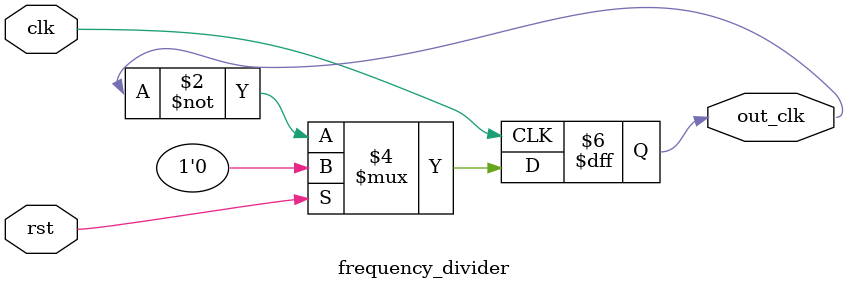
<source format=v>
module frequency_divider(clk, rst, out_clk);
  output reg out_clk;
  input clk;
  input rst;
  always @(posedge clk)
    begin
      if (rst) // NOTE: reset when rst = 1
        out_clk <= 1'b0;
      else
        out_clk <= ~out_clk;
    end
endmodule

</source>
